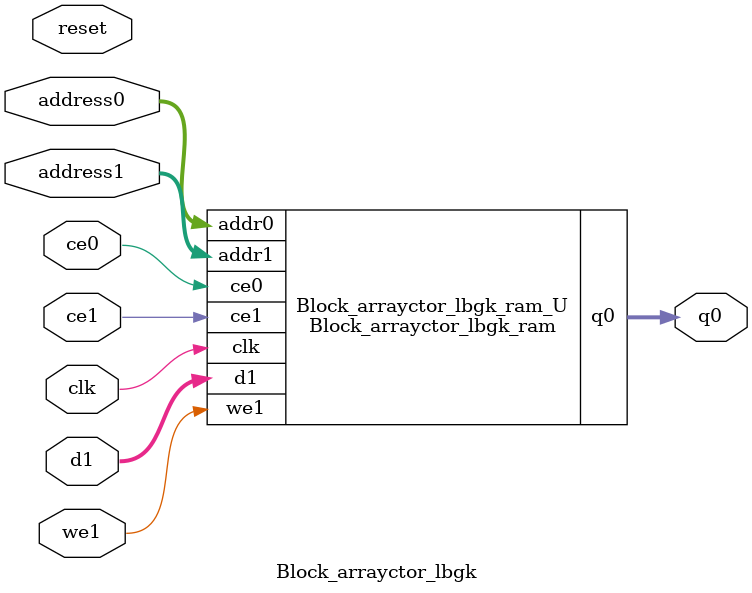
<source format=v>
`timescale 1 ns / 1 ps
module Block_arrayctor_lbgk_ram (addr0, ce0, q0, addr1, ce1, d1, we1,  clk);

parameter DWIDTH = 5;
parameter AWIDTH = 4;
parameter MEM_SIZE = 16;

input[AWIDTH-1:0] addr0;
input ce0;
output reg[DWIDTH-1:0] q0;
input[AWIDTH-1:0] addr1;
input ce1;
input[DWIDTH-1:0] d1;
input we1;
input clk;

(* ram_style = "distributed" *)reg [DWIDTH-1:0] ram[0:MEM_SIZE-1];




always @(posedge clk)  
begin 
    if (ce0) begin
        q0 <= ram[addr0];
    end
end


always @(posedge clk)  
begin 
    if (ce1) begin
        if (we1) 
            ram[addr1] <= d1; 
    end
end


endmodule

`timescale 1 ns / 1 ps
module Block_arrayctor_lbgk(
    reset,
    clk,
    address0,
    ce0,
    q0,
    address1,
    ce1,
    we1,
    d1);

parameter DataWidth = 32'd5;
parameter AddressRange = 32'd16;
parameter AddressWidth = 32'd4;
input reset;
input clk;
input[AddressWidth - 1:0] address0;
input ce0;
output[DataWidth - 1:0] q0;
input[AddressWidth - 1:0] address1;
input ce1;
input we1;
input[DataWidth - 1:0] d1;



Block_arrayctor_lbgk_ram Block_arrayctor_lbgk_ram_U(
    .clk( clk ),
    .addr0( address0 ),
    .ce0( ce0 ),
    .q0( q0 ),
    .addr1( address1 ),
    .ce1( ce1 ),
    .we1( we1 ),
    .d1( d1 ));

endmodule


</source>
